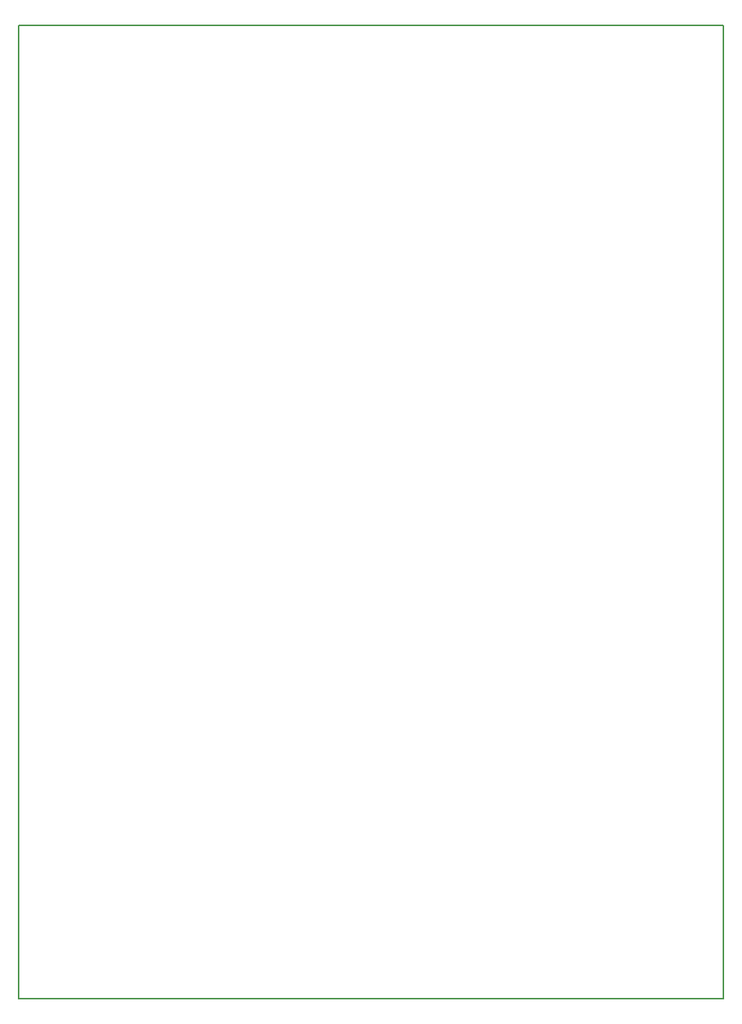
<source format=gko>
G04*
G04  File:            TURBOFMPRO_B.GKO, Thu Nov 11 21:08:36 2021*
G04  Source:          P-CAD 2006 PCB, Version 19.02.958, (Z:\home\lvd\d\turbofmpro\pcad\TurboFMpro_b.pcb)*
G04  Format:          Gerber Format (RS-274-D), ASCII*
G04*
G04  Format Options:  Absolute Positioning*
G04                   Leading-Zero Suppression*
G04                   Scale Factor 1:1*
G04                   NO Circular Interpolation*
G04                   Millimeter Units*
G04                   Numeric Format: 4.4 (XXXX.XXXX)*
G04                   G54 NOT Used for Aperture Change*
G04                   Apertures Embedded*
G04*
G04  File Options:    Offset = (0.000mm,0.000mm)*
G04                   Drill Symbol Size = 2.032mm*
G04                   No Pad/Via Holes*
G04*
G04  File Contents:   No Pads*
G04                   No Vias*
G04                   No Designators*
G04                   No Types*
G04                   No Values*
G04                   No Drill Symbols*
G04                   Board*
G04*
%INTURBOFMPRO_B.GKO*%
%ICAS*%
%MOMM*%
G04*
G04  Aperture MACROs for general use --- invoked via D-code assignment *
G04*
G04  General MACRO for flashed round with rotation and/or offset hole *
%AMROTOFFROUND*
1,1,$1,0.0000,0.0000*
1,0,$2,$3,$4*%
G04*
G04  General MACRO for flashed oval (obround) with rotation and/or offset hole *
%AMROTOFFOVAL*
21,1,$1,$2,0.0000,0.0000,$3*
1,1,$4,$5,$6*
1,1,$4,0-$5,0-$6*
1,0,$7,$8,$9*%
G04*
G04  General MACRO for flashed oval (obround) with rotation and no hole *
%AMROTOVALNOHOLE*
21,1,$1,$2,0.0000,0.0000,$3*
1,1,$4,$5,$6*
1,1,$4,0-$5,0-$6*%
G04*
G04  General MACRO for flashed rectangle with rotation and/or offset hole *
%AMROTOFFRECT*
21,1,$1,$2,0.0000,0.0000,$3*
1,0,$4,$5,$6*%
G04*
G04  General MACRO for flashed rectangle with rotation and no hole *
%AMROTRECTNOHOLE*
21,1,$1,$2,0.0000,0.0000,$3*%
G04*
G04  General MACRO for flashed rounded-rectangle *
%AMROUNDRECT*
21,1,$1,$2-$4,0.0000,0.0000,$3*
21,1,$1-$4,$2,0.0000,0.0000,$3*
1,1,$4,$5,$6*
1,1,$4,$7,$8*
1,1,$4,0-$5,0-$6*
1,1,$4,0-$7,0-$8*
1,0,$9,$10,$11*%
G04*
G04  General MACRO for flashed rounded-rectangle with rotation and no hole *
%AMROUNDRECTNOHOLE*
21,1,$1,$2-$4,0.0000,0.0000,$3*
21,1,$1-$4,$2,0.0000,0.0000,$3*
1,1,$4,$5,$6*
1,1,$4,$7,$8*
1,1,$4,0-$5,0-$6*
1,1,$4,0-$7,0-$8*%
G04*
G04  General MACRO for flashed regular polygon *
%AMREGPOLY*
5,1,$1,0.0000,0.0000,$2,$3+$4*
1,0,$5,$6,$7*%
G04*
G04  General MACRO for flashed regular polygon with no hole *
%AMREGPOLYNOHOLE*
5,1,$1,0.0000,0.0000,$2,$3+$4*%
G04*
G04  General MACRO for target *
%AMTARGET*
6,0,0,$1,$2,$3,4,$4,$5,$6*%
G04*
G04  General MACRO for mounting hole *
%AMMTHOLE*
1,1,$1,0,0*
1,0,$2,0,0*
$1=$1-$2*
$1=$1/2*
21,1,$2+$1,$3,0,0,$4*
21,1,$3,$2+$1,0,0,$4*%
G04*
G04*
G04  D10 : "Ellipse X0.254mm Y0.254mm H0.000mm 0.0deg (0.000mm,0.000mm) Draw"*
G04  Disc: OuterDia=0.2540*
%ADD10C, 0.2540*%
G04  D11 : "Ellipse X0.381mm Y0.381mm H0.000mm 0.0deg (0.000mm,0.000mm) Draw"*
G04  Disc: OuterDia=0.3810*
%ADD11C, 0.3810*%
G04  D12 : "Ellipse X0.500mm Y0.500mm H0.000mm 0.0deg (0.000mm,0.000mm) Draw"*
G04  Disc: OuterDia=0.5000*
%ADD12C, 0.5000*%
G04  D13 : "Ellipse X0.100mm Y0.100mm H0.000mm 0.0deg (0.000mm,0.000mm) Draw"*
G04  Disc: OuterDia=0.1000*
%ADD13C, 0.1000*%
G04  D14 : "Ellipse X1.000mm Y1.000mm H0.000mm 0.0deg (0.000mm,0.000mm) Draw"*
G04  Disc: OuterDia=1.0000*
%ADD14C, 1.0000*%
G04  D15 : "Ellipse X0.127mm Y0.127mm H0.000mm 0.0deg (0.000mm,0.000mm) Draw"*
G04  Disc: OuterDia=0.1270*
%ADD15C, 0.1270*%
G04  D16 : "Ellipse X0.150mm Y0.150mm H0.000mm 0.0deg (0.000mm,0.000mm) Draw"*
G04  Disc: OuterDia=0.1500*
%ADD16C, 0.1500*%
G04  D17 : "Ellipse X0.200mm Y0.200mm H0.000mm 0.0deg (0.000mm,0.000mm) Draw"*
G04  Disc: OuterDia=0.2000*
%ADD17C, 0.2000*%
G04  D18 : "Ellipse X0.250mm Y0.250mm H0.000mm 0.0deg (0.000mm,0.000mm) Draw"*
G04  Disc: OuterDia=0.2500*
%ADD18C, 0.2500*%
G04  D19 : "Ellipse X2.581mm Y2.581mm H0.000mm 0.0deg (0.000mm,0.000mm) Flash"*
G04  Disc: OuterDia=2.5810*
%ADD19C, 2.5810*%
G04  D20 : "Ellipse X2.800mm Y2.800mm H0.000mm 0.0deg (0.000mm,0.000mm) Flash"*
G04  Disc: OuterDia=2.8000*
%ADD20C, 2.8000*%
G04  D21 : "Ellipse X3.181mm Y3.181mm H0.000mm 0.0deg (0.000mm,0.000mm) Flash"*
G04  Disc: OuterDia=3.1810*
%ADD21C, 3.1810*%
G04  D22 : "Ellipse X1.500mm Y1.500mm H0.000mm 0.0deg (0.000mm,0.000mm) Flash"*
G04  Disc: OuterDia=1.5000*
%ADD22C, 1.5000*%
G04  D23 : "Ellipse X1.524mm Y1.524mm H0.000mm 0.0deg (0.000mm,0.000mm) Flash"*
G04  Disc: OuterDia=1.5240*
%ADD23C, 1.5240*%
G04  D24 : "Ellipse X1.600mm Y1.600mm H0.000mm 0.0deg (0.000mm,0.000mm) Flash"*
G04  Disc: OuterDia=1.6000*
%ADD24C, 1.6000*%
G04  D25 : "Ellipse X1.700mm Y1.700mm H0.000mm 0.0deg (0.000mm,0.000mm) Flash"*
G04  Disc: OuterDia=1.7000*
%ADD25C, 1.7000*%
G04  D26 : "Ellipse X1.750mm Y1.750mm H0.000mm 0.0deg (0.000mm,0.000mm) Flash"*
G04  Disc: OuterDia=1.7500*
%ADD26C, 1.7500*%
G04  D27 : "Ellipse X1.881mm Y1.881mm H0.000mm 0.0deg (0.000mm,0.000mm) Flash"*
G04  Disc: OuterDia=1.8810*
%ADD27C, 1.8810*%
G04  D28 : "Ellipse X1.905mm Y1.905mm H0.000mm 0.0deg (0.000mm,0.000mm) Flash"*
G04  Disc: OuterDia=1.9050*
%ADD28C, 1.9050*%
G04  D29 : "Ellipse X1.981mm Y1.981mm H0.000mm 0.0deg (0.000mm,0.000mm) Flash"*
G04  Disc: OuterDia=1.9810*
%ADD29C, 1.9810*%
G04  D30 : "Ellipse X2.081mm Y2.081mm H0.000mm 0.0deg (0.000mm,0.000mm) Flash"*
G04  Disc: OuterDia=2.0810*
%ADD30C, 2.0810*%
G04  D31 : "Ellipse X2.131mm Y2.131mm H0.000mm 0.0deg (0.000mm,0.000mm) Flash"*
G04  Disc: OuterDia=2.1310*
%ADD31C, 2.1310*%
G04  D32 : "Ellipse X2.200mm Y2.200mm H0.000mm 0.0deg (0.000mm,0.000mm) Flash"*
G04  Disc: OuterDia=2.2000*
%ADD32C, 2.2000*%
G04  D33 : "Rounded Rectangle X2.800mm Y7.000mm H0.000mm 0.0deg (0.000mm,0.000mm) Flash"*
G04  RoundRct: DimX=2.8000, DimY=7.0000, CornerRad=0.7000, Rotation=0.0, OffsetX=0.0000, OffsetY=0.0000, HoleDia=0.0000 *
%ADD33ROUNDRECTNOHOLE, 2.8000 X7.0000 X0.0 X1.4000 X-0.7000 X-2.8000 X-0.7000 X2.8000*%
G04  D34 : "Rounded Rectangle X3.000mm Y1.600mm H0.000mm 0.0deg (0.000mm,0.000mm) Flash"*
G04  RoundRct: DimX=3.0000, DimY=1.6000, CornerRad=0.4000, Rotation=0.0, OffsetX=0.0000, OffsetY=0.0000, HoleDia=0.0000 *
%ADD34ROUNDRECTNOHOLE, 3.0000 X1.6000 X0.0 X0.8000 X-1.1000 X-0.4000 X-1.1000 X0.4000*%
G04  D35 : "Rounded Rectangle X3.181mm Y7.381mm H0.000mm 0.0deg (0.000mm,0.000mm) Flash"*
G04  RoundRct: DimX=3.1810, DimY=7.3810, CornerRad=0.7953, Rotation=0.0, OffsetX=0.0000, OffsetY=0.0000, HoleDia=0.0000 *
%ADD35ROUNDRECTNOHOLE, 3.1810 X7.3810 X0.0 X1.5905 X-0.7953 X-2.8952 X-0.7953 X2.8952*%
G04  D36 : "Rounded Rectangle X3.381mm Y1.981mm H0.000mm 0.0deg (0.000mm,0.000mm) Flash"*
G04  RoundRct: DimX=3.3810, DimY=1.9810, CornerRad=0.4953, Rotation=0.0, OffsetX=0.0000, OffsetY=0.0000, HoleDia=0.0000 *
%ADD36ROUNDRECTNOHOLE, 3.3810 X1.9810 X0.0 X0.9905 X-1.1953 X-0.4953 X-1.1953 X0.4953*%
G04  D37 : "Rounded Rectangle X6.200mm Y5.800mm H0.000mm 0.0deg (0.000mm,0.000mm) Flash"*
G04  RoundRct: DimX=6.2000, DimY=5.8000, CornerRad=1.4500, Rotation=0.0, OffsetX=0.0000, OffsetY=0.0000, HoleDia=0.0000 *
%ADD37ROUNDRECTNOHOLE, 6.2000 X5.8000 X0.0 X2.9000 X-1.6500 X-1.4500 X-1.6500 X1.4500*%
G04  D38 : "Rounded Rectangle X6.581mm Y6.181mm H0.000mm 0.0deg (0.000mm,0.000mm) Flash"*
G04  RoundRct: DimX=6.5810, DimY=6.1810, CornerRad=1.5453, Rotation=0.0, OffsetX=0.0000, OffsetY=0.0000, HoleDia=0.0000 *
%ADD38ROUNDRECTNOHOLE, 6.5810 X6.1810 X0.0 X3.0905 X-1.7453 X-1.5453 X-1.7453 X1.5453*%
G04  D39 : "Rounded Rectangle X0.635mm Y1.270mm H0.000mm 0.0deg (0.000mm,0.000mm) Flash"*
G04  RoundRct: DimX=0.6350, DimY=1.2700, CornerRad=0.1588, Rotation=0.0, OffsetX=0.0000, OffsetY=0.0000, HoleDia=0.0000 *
%ADD39ROUNDRECTNOHOLE, 0.6350 X1.2700 X0.0 X0.3175 X-0.1588 X-0.4763 X-0.1588 X0.4763*%
G04  D40 : "Rounded Rectangle X1.500mm Y2.000mm H0.000mm 0.0deg (0.000mm,0.000mm) Flash"*
G04  RoundRct: DimX=1.5000, DimY=2.0000, CornerRad=0.3750, Rotation=0.0, OffsetX=0.0000, OffsetY=0.0000, HoleDia=0.0000 *
%ADD40ROUNDRECTNOHOLE, 1.5000 X2.0000 X0.0 X0.7500 X-0.3750 X-0.6250 X-0.3750 X0.6250*%
G04  D41 : "Rounded Rectangle X2.000mm Y1.500mm H0.000mm 0.0deg (0.000mm,0.000mm) Flash"*
G04  RoundRct: DimX=2.0000, DimY=1.5000, CornerRad=0.3750, Rotation=0.0, OffsetX=0.0000, OffsetY=0.0000, HoleDia=0.0000 *
%ADD41ROUNDRECTNOHOLE, 2.0000 X1.5000 X0.0 X0.7500 X-0.6250 X-0.3750 X-0.6250 X0.3750*%
G04  D42 : "Rounded Rectangle X1.600mm Y0.300mm H0.000mm 0.0deg (0.000mm,0.000mm) Flash"*
G04  RoundRct: DimX=1.6000, DimY=0.3000, CornerRad=0.0750, Rotation=0.0, OffsetX=0.0000, OffsetY=0.0000, HoleDia=0.0000 *
%ADD42ROUNDRECTNOHOLE, 1.6000 X0.3000 X0.0 X0.1500 X-0.7250 X-0.0750 X-0.7250 X0.0750*%
G04  D43 : "Rounded Rectangle X0.300mm Y1.600mm H0.000mm 0.0deg (0.000mm,0.000mm) Flash"*
G04  RoundRct: DimX=0.3000, DimY=1.6000, CornerRad=0.0750, Rotation=0.0, OffsetX=0.0000, OffsetY=0.0000, HoleDia=0.0000 *
%ADD43ROUNDRECTNOHOLE, 0.3000 X1.6000 X0.0 X0.1500 X-0.0750 X-0.7250 X-0.0750 X0.7250*%
G04  D44 : "Rounded Rectangle X1.016mm Y1.651mm H0.000mm 0.0deg (0.000mm,0.000mm) Flash"*
G04  RoundRct: DimX=1.0160, DimY=1.6510, CornerRad=0.2540, Rotation=0.0, OffsetX=0.0000, OffsetY=0.0000, HoleDia=0.0000 *
%ADD44ROUNDRECTNOHOLE, 1.0160 X1.6510 X0.0 X0.5080 X-0.2540 X-0.5715 X-0.2540 X0.5715*%
G04  D45 : "Rounded Rectangle X1.881mm Y2.381mm H0.000mm 0.0deg (0.000mm,0.000mm) Flash"*
G04  RoundRct: DimX=1.8810, DimY=2.3810, CornerRad=0.4703, Rotation=0.0, OffsetX=0.0000, OffsetY=0.0000, HoleDia=0.0000 *
%ADD45ROUNDRECTNOHOLE, 1.8810 X2.3810 X0.0 X0.9405 X-0.4703 X-0.7203 X-0.4703 X0.7203*%
G04  D46 : "Rounded Rectangle X2.381mm Y1.881mm H0.000mm 0.0deg (0.000mm,0.000mm) Flash"*
G04  RoundRct: DimX=2.3810, DimY=1.8810, CornerRad=0.4703, Rotation=0.0, OffsetX=0.0000, OffsetY=0.0000, HoleDia=0.0000 *
%ADD46ROUNDRECTNOHOLE, 2.3810 X1.8810 X0.0 X0.9405 X-0.7203 X-0.4703 X-0.7203 X0.4703*%
G04  D47 : "Rounded Rectangle X1.981mm Y0.681mm H0.000mm 0.0deg (0.000mm,0.000mm) Flash"*
G04  RoundRct: DimX=1.9810, DimY=0.6810, CornerRad=0.1703, Rotation=0.0, OffsetX=0.0000, OffsetY=0.0000, HoleDia=0.0000 *
%ADD47ROUNDRECTNOHOLE, 1.9810 X0.6810 X0.0 X0.3405 X-0.8203 X-0.1703 X-0.8203 X0.1703*%
G04  D48 : "Rounded Rectangle X0.681mm Y1.981mm H0.000mm 0.0deg (0.000mm,0.000mm) Flash"*
G04  RoundRct: DimX=0.6810, DimY=1.9810, CornerRad=0.1703, Rotation=0.0, OffsetX=0.0000, OffsetY=0.0000, HoleDia=0.0000 *
%ADD48ROUNDRECTNOHOLE, 0.6810 X1.9810 X0.0 X0.3405 X-0.1703 X-0.8203 X-0.1703 X0.8203*%
G04  D49 : "Rounded Rectangle X2.000mm Y2.000mm H0.000mm 0.0deg (0.000mm,0.000mm) Flash"*
G04  RoundRct: DimX=2.0000, DimY=2.0000, CornerRad=0.5000, Rotation=0.0, OffsetX=0.0000, OffsetY=0.0000, HoleDia=0.0000 *
%ADD49ROUNDRECTNOHOLE, 2.0000 X2.0000 X0.0 X1.0000 X-0.5000 X-0.5000 X-0.5000 X0.5000*%
G04  D50 : "Rounded Rectangle X2.032mm Y0.660mm H0.000mm 0.0deg (0.000mm,0.000mm) Flash"*
G04  RoundRct: DimX=2.0320, DimY=0.6604, CornerRad=0.1651, Rotation=0.0, OffsetX=0.0000, OffsetY=0.0000, HoleDia=0.0000 *
%ADD50ROUNDRECTNOHOLE, 2.0320 X0.6604 X0.0 X0.3302 X-0.8509 X-0.1651 X-0.8509 X0.1651*%
G04  D51 : "Rounded Rectangle X0.660mm Y2.032mm H0.000mm 0.0deg (0.000mm,0.000mm) Flash"*
G04  RoundRct: DimX=0.6604, DimY=2.0320, CornerRad=0.1651, Rotation=0.0, OffsetX=0.0000, OffsetY=0.0000, HoleDia=0.0000 *
%ADD51ROUNDRECTNOHOLE, 0.6604 X2.0320 X0.0 X0.3302 X-0.1651 X-0.8509 X-0.1651 X0.8509*%
G04  D52 : "Rounded Rectangle X2.381mm Y2.381mm H0.000mm 0.0deg (0.000mm,0.000mm) Flash"*
G04  RoundRct: DimX=2.3810, DimY=2.3810, CornerRad=0.5953, Rotation=0.0, OffsetX=0.0000, OffsetY=0.0000, HoleDia=0.0000 *
%ADD52ROUNDRECTNOHOLE, 2.3810 X2.3810 X0.0 X1.1905 X-0.5953 X-0.5953 X-0.5953 X0.5953*%
G04  D53 : "Rounded Rectangle X2.413mm Y1.041mm H0.000mm 0.0deg (0.000mm,0.000mm) Flash"*
G04  RoundRct: DimX=2.4130, DimY=1.0414, CornerRad=0.2604, Rotation=0.0, OffsetX=0.0000, OffsetY=0.0000, HoleDia=0.0000 *
%ADD53ROUNDRECTNOHOLE, 2.4130 X1.0414 X0.0 X0.5207 X-0.9462 X-0.2604 X-0.9462 X0.2604*%
G04  D54 : "Rounded Rectangle X1.041mm Y2.413mm H0.000mm 0.0deg (0.000mm,0.000mm) Flash"*
G04  RoundRct: DimX=1.0414, DimY=2.4130, CornerRad=0.2604, Rotation=0.0, OffsetX=0.0000, OffsetY=0.0000, HoleDia=0.0000 *
%ADD54ROUNDRECTNOHOLE, 1.0414 X2.4130 X0.0 X0.5207 X-0.2604 X-0.9462 X-0.2604 X0.9462*%
G04  D55 : "Rectangle X1.500mm Y1.500mm H0.000mm 0.0deg (0.000mm,0.000mm) Flash"*
G04  Square: Side=1.5000, Rotation=0.0, OffsetX=0.0000, OffsetY=0.0000, HoleDia=0.0000*
%ADD55R, 1.5000 X1.5000*%
G04  D56 : "Rectangle X1.524mm Y1.524mm H0.000mm 0.0deg (0.000mm,0.000mm) Flash"*
G04  Square: Side=1.5240, Rotation=0.0, OffsetX=0.0000, OffsetY=0.0000, HoleDia=0.0000*
%ADD56R, 1.5240 X1.5240*%
G04  D57 : "Rectangle X1.600mm Y1.600mm H0.000mm 0.0deg (0.000mm,0.000mm) Flash"*
G04  Square: Side=1.6000, Rotation=0.0, OffsetX=0.0000, OffsetY=0.0000, HoleDia=0.0000*
%ADD57R, 1.6000 X1.6000*%
G04  D58 : "Rectangle X1.700mm Y1.700mm H0.000mm 0.0deg (0.000mm,0.000mm) Flash"*
G04  Square: Side=1.7000, Rotation=0.0, OffsetX=0.0000, OffsetY=0.0000, HoleDia=0.0000*
%ADD58R, 1.7000 X1.7000*%
G04  D59 : "Rectangle X1.750mm Y1.750mm H0.000mm 0.0deg (0.000mm,0.000mm) Flash"*
G04  Square: Side=1.7500, Rotation=0.0, OffsetX=0.0000, OffsetY=0.0000, HoleDia=0.0000*
%ADD59R, 1.7500 X1.7500*%
G04  D60 : "Rectangle X1.881mm Y1.881mm H0.000mm 0.0deg (0.000mm,0.000mm) Flash"*
G04  Square: Side=1.8810, Rotation=0.0, OffsetX=0.0000, OffsetY=0.0000, HoleDia=0.0000*
%ADD60R, 1.8810 X1.8810*%
G04  D61 : "Rectangle X1.905mm Y1.905mm H0.000mm 0.0deg (0.000mm,0.000mm) Flash"*
G04  Square: Side=1.9050, Rotation=0.0, OffsetX=0.0000, OffsetY=0.0000, HoleDia=0.0000*
%ADD61R, 1.9050 X1.9050*%
G04  D62 : "Rectangle X1.981mm Y1.981mm H0.000mm 0.0deg (0.000mm,0.000mm) Flash"*
G04  Square: Side=1.9810, Rotation=0.0, OffsetX=0.0000, OffsetY=0.0000, HoleDia=0.0000*
%ADD62R, 1.9810 X1.9810*%
G04  D63 : "Rectangle X2.081mm Y2.081mm H0.000mm 0.0deg (0.000mm,0.000mm) Flash"*
G04  Square: Side=2.0810, Rotation=0.0, OffsetX=0.0000, OffsetY=0.0000, HoleDia=0.0000*
%ADD63R, 2.0810 X2.0810*%
G04  D64 : "Rectangle X2.131mm Y2.131mm H0.000mm 0.0deg (0.000mm,0.000mm) Flash"*
G04  Square: Side=2.1310, Rotation=0.0, OffsetX=0.0000, OffsetY=0.0000, HoleDia=0.0000*
%ADD64R, 2.1310 X2.1310*%
G04  D65 : "Ellipse X2.900mm Y2.900mm H0.000mm 0.0deg (0.000mm,0.000mm) Flash"*
G04  Disc: OuterDia=2.9000*
%ADD65C, 2.9000*%
G04  D66 : "Ellipse X3.281mm Y3.281mm H0.000mm 0.0deg (0.000mm,0.000mm) Flash"*
G04  Disc: OuterDia=3.2810*
%ADD66C, 3.2810*%
G04  D67 : "Ellipse X4.500mm Y4.500mm H0.000mm 0.0deg (0.000mm,0.000mm) Flash"*
G04  Disc: OuterDia=4.5000*
%ADD67C, 4.5000*%
G04  D68 : "Ellipse X4.881mm Y4.881mm H0.000mm 0.0deg (0.000mm,0.000mm) Flash"*
G04  Disc: OuterDia=4.8810*
%ADD68C, 4.8810*%
G04  D69 : "Ellipse X1.016mm Y1.016mm H0.000mm 0.0deg (0.000mm,0.000mm) Flash"*
G04  Disc: OuterDia=1.0160*
%ADD69C, 1.0160*%
G04  D70 : "Ellipse X1.397mm Y1.397mm H0.000mm 0.0deg (0.000mm,0.000mm) Flash"*
G04  Disc: OuterDia=1.3970*
%ADD70C, 1.3970*%
G04*
%FSLAX44Y44*%
%SFA1B1*%
%OFA0.000B0.000*%
G04*
G71*
G90*
G01*
D2*
%LNBoard*%
D17*
X2159000Y1765300*
Y660400D1*
X2959100D2*
Y1765300D1*
X2159000Y660400D2*
X2959100D1*
Y1765300D2*
X2159000D1*
D2*
D15*
Y660400D1*
X2959100*
Y1765300*
X2159000*
D02M02*

</source>
